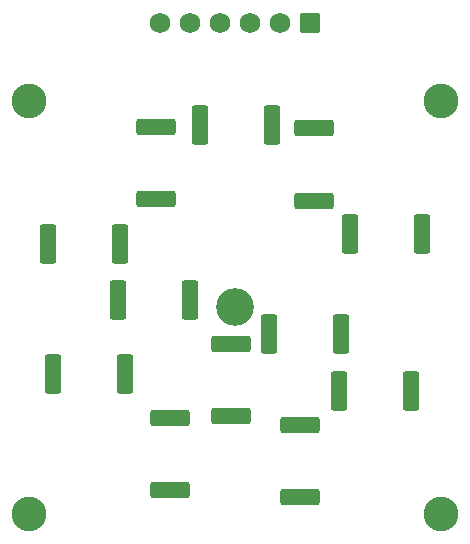
<source format=gbs>
G04 #@! TF.GenerationSoftware,KiCad,Pcbnew,(6.0.7)*
G04 #@! TF.CreationDate,2023-04-22T02:00:50-05:00*
G04 #@! TF.ProjectId,LED_BoardRev2,4c45445f-426f-4617-9264-526576322e6b,rev?*
G04 #@! TF.SameCoordinates,Original*
G04 #@! TF.FileFunction,Soldermask,Bot*
G04 #@! TF.FilePolarity,Negative*
%FSLAX46Y46*%
G04 Gerber Fmt 4.6, Leading zero omitted, Abs format (unit mm)*
G04 Created by KiCad (PCBNEW (6.0.7)) date 2023-04-22 02:00:50*
%MOMM*%
%LPD*%
G01*
G04 APERTURE LIST*
G04 Aperture macros list*
%AMRoundRect*
0 Rectangle with rounded corners*
0 $1 Rounding radius*
0 $2 $3 $4 $5 $6 $7 $8 $9 X,Y pos of 4 corners*
0 Add a 4 corners polygon primitive as box body*
4,1,4,$2,$3,$4,$5,$6,$7,$8,$9,$2,$3,0*
0 Add four circle primitives for the rounded corners*
1,1,$1+$1,$2,$3*
1,1,$1+$1,$4,$5*
1,1,$1+$1,$6,$7*
1,1,$1+$1,$8,$9*
0 Add four rect primitives between the rounded corners*
20,1,$1+$1,$2,$3,$4,$5,0*
20,1,$1+$1,$4,$5,$6,$7,0*
20,1,$1+$1,$6,$7,$8,$9,0*
20,1,$1+$1,$8,$9,$2,$3,0*%
G04 Aperture macros list end*
%ADD10C,2.946400*%
%ADD11RoundRect,0.250000X0.620000X0.620000X-0.620000X0.620000X-0.620000X-0.620000X0.620000X-0.620000X0*%
%ADD12C,1.740000*%
%ADD13C,3.200000*%
%ADD14RoundRect,0.249999X-1.425001X0.450001X-1.425001X-0.450001X1.425001X-0.450001X1.425001X0.450001X0*%
%ADD15RoundRect,0.249999X0.450001X1.425001X-0.450001X1.425001X-0.450001X-1.425001X0.450001X-1.425001X0*%
%ADD16RoundRect,0.249999X-0.450001X-1.425001X0.450001X-1.425001X0.450001X1.425001X-0.450001X1.425001X0*%
%ADD17RoundRect,0.249999X1.425001X-0.450001X1.425001X0.450001X-1.425001X0.450001X-1.425001X-0.450001X0*%
G04 APERTURE END LIST*
D10*
X154630120Y-91749880D03*
X119689880Y-91749880D03*
X154630120Y-126690120D03*
X119689880Y-126690120D03*
D11*
X143510000Y-85140800D03*
D12*
X140970000Y-85140800D03*
X138430000Y-85140800D03*
X135890000Y-85140800D03*
X133350000Y-85140800D03*
X130810000Y-85140800D03*
D13*
X137160000Y-109220000D03*
D14*
X142646400Y-119174800D03*
X142646400Y-125274800D03*
D15*
X127459200Y-103835200D03*
X121359200Y-103835200D03*
D16*
X121765600Y-114858800D03*
X127865600Y-114858800D03*
D17*
X131622800Y-124716000D03*
X131622800Y-118616000D03*
D14*
X130454400Y-93978000D03*
X130454400Y-100078000D03*
X136855200Y-112316800D03*
X136855200Y-118416800D03*
D15*
X152960800Y-103022400D03*
X146860800Y-103022400D03*
X146153600Y-111506000D03*
X140053600Y-111506000D03*
X140311600Y-93776800D03*
X134211600Y-93776800D03*
X152097200Y-116332000D03*
X145997200Y-116332000D03*
D14*
X143865600Y-94079600D03*
X143865600Y-100179600D03*
D15*
X133352000Y-108610400D03*
X127252000Y-108610400D03*
M02*

</source>
